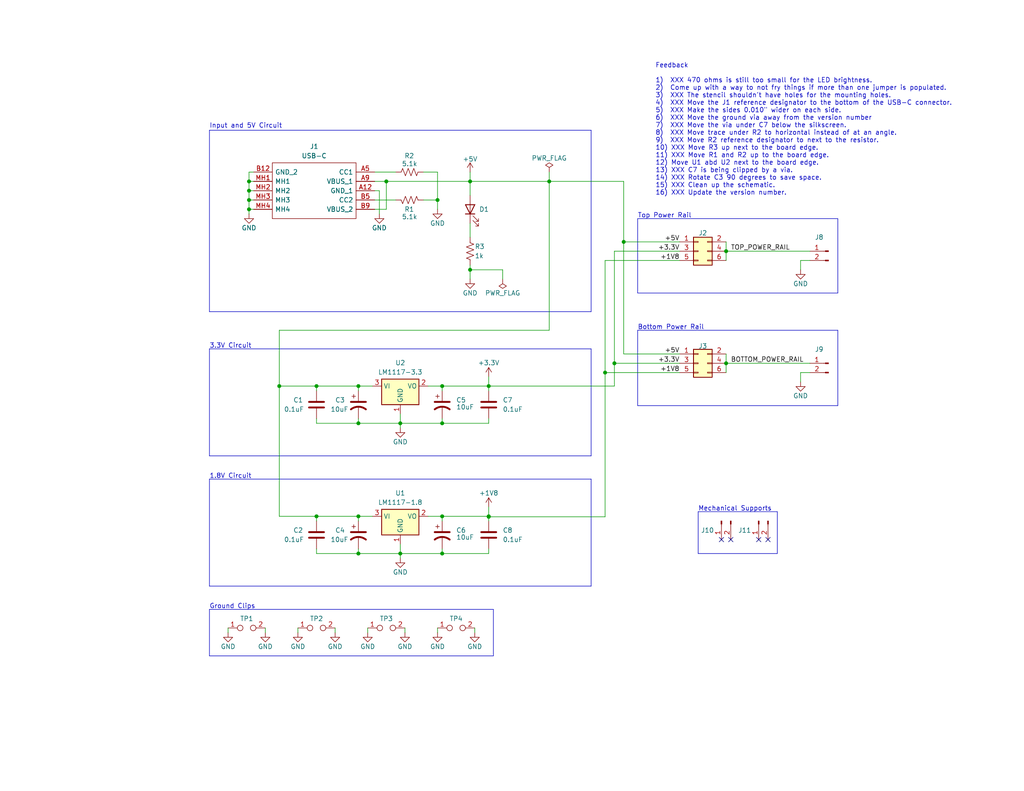
<source format=kicad_sch>
(kicad_sch (version 20230121) (generator eeschema)
  (paper "A")
  (title_block (title "Breadboard Power Supply") (date "2023-04-13") (rev "v5"))
  (lib_symbols
    (symbol "Connector:Conn_01x02_Pin" (pin_names (offset 1.016) hide)
      (property "Reference" "J" (at 0 2.54 0))
      (property "Value" "Conn_01x02_Pin" (at 0 -5.08 0))
      (symbol "Conn_01x02_Pin_1_1"
        (polyline (pts (xy 1.27 -2.54) (xy 0.8636 -2.54)) (stroke (width 0.1524)))
        (polyline (pts (xy 1.27 0) (xy 0.8636 0)) (stroke (width 0.1524)))
        (rectangle (start 0.8636 -2.413) (end 0 -2.667) (stroke (width 0.1524)) (fill (type outline)))
        (rectangle (start 0.8636 0.127) (end 0 -0.127) (stroke (width 0.1524)) (fill (type outline)))
        (pin passive line (at 5.08 0 180) (length 3.81) (name "Pin_1") (number "1"))
        (pin passive line (at 5.08 -2.54 180) (length 3.81) (name "Pin_2") (number "2"))
      )
    )
    (symbol "Connector:TestPoint_2Pole" (pin_names (offset 0.762) hide)
      (property "Reference" "TP" (at 0 1.524 0))
      (property "Value" "TestPoint_2Pole" (at 0 -1.778 0))
      (symbol "TestPoint_2Pole_0_1"
        (circle (center -1.778 0) (radius 0.762))
        (circle (center 1.778 0) (radius 0.762))
        (pin passive line (at -5.08 0 0) (length 2.54) (name "1") (number "1"))
        (pin passive line (at 5.08 0 180) (length 2.54) (name "2") (number "2"))
      )
    )
    (symbol "Connector_Generic:Conn_02x03_Odd_Even" (pin_names (offset 1.016) hide)
      (property "Reference" "J" (at 1.27 5.08 0))
      (property "Value" "Conn_02x03_Odd_Even" (at 1.27 -5.08 0))
      (symbol "Conn_02x03_Odd_Even_1_1"
        (rectangle (start -1.27 -2.413) (end 0 -2.667) (stroke (width 0.1524)))
        (rectangle (start -1.27 0.127) (end 0 -0.127) (stroke (width 0.1524)))
        (rectangle (start -1.27 2.667) (end 0 2.413) (stroke (width 0.1524)))
        (rectangle (start -1.27 3.81) (end 3.81 -3.81) (stroke (width 0.254)) (fill (type background)))
        (rectangle (start 3.81 -2.413) (end 2.54 -2.667) (stroke (width 0.1524)))
        (rectangle (start 3.81 0.127) (end 2.54 -0.127) (stroke (width 0.1524)))
        (rectangle (start 3.81 2.667) (end 2.54 2.413) (stroke (width 0.1524)))
        (pin passive line (at -5.08 2.54 0) (length 3.81) (name "Pin_1") (number "1"))
        (pin passive line (at 7.62 2.54 180) (length 3.81) (name "Pin_2") (number "2"))
        (pin passive line (at -5.08 0 0) (length 3.81) (name "Pin_3") (number "3"))
        (pin passive line (at 7.62 0 180) (length 3.81) (name "Pin_4") (number "4"))
        (pin passive line (at -5.08 -2.54 0) (length 3.81) (name "Pin_5") (number "5"))
        (pin passive line (at 7.62 -2.54 180) (length 3.81) (name "Pin_6") (number "6"))
      )
    )
    (symbol "Device:C" (pin_numbers hide) (pin_names (offset 0.254))
      (property "Reference" "C" (at 0.635 2.54 0))
      (property "Value" "C" (at 0.635 -2.54 0))
      (symbol "C_0_1"
        (polyline (pts (xy -2.032 -0.762) (xy 2.032 -0.762)) (stroke (width 0.508)))
        (polyline (pts (xy -2.032 0.762) (xy 2.032 0.762)) (stroke (width 0.508)))
      )
      (symbol "C_1_1"
        (pin passive line (at 0 3.81 270) (length 2.794) (name "~") (number "1"))
        (pin passive line (at 0 -3.81 90) (length 2.794) (name "~") (number "2"))
      )
    )
    (symbol "Device:C_Polarized_US" (pin_numbers hide) (pin_names (offset 0.254) hide)
      (property "Reference" "C" (at 0.635 2.54 0))
      (property "Value" "C_Polarized_US" (at 0.635 -2.54 0))
      (symbol "C_Polarized_US_0_1"
        (polyline (pts (xy -2.032 0.762) (xy 2.032 0.762)) (stroke (width 0.508)))
        (polyline (pts (xy -1.778 2.286) (xy -0.762 2.286)))
        (polyline (pts (xy -1.27 1.778) (xy -1.27 2.794)))
        (arc (start 2.032 -1.27) (mid 0 -0.5572) (end -2.032 -1.27) (stroke (width 0.508)))
      )
      (symbol "C_Polarized_US_1_1"
        (pin passive line (at 0 3.81 270) (length 2.794) (name "~") (number "1"))
        (pin passive line (at 0 -3.81 90) (length 3.302) (name "~") (number "2"))
      )
    )
    (symbol "Device:LED" (pin_numbers hide) (pin_names (offset 1.016) hide)
      (property "Reference" "D" (at 0 2.54 0))
      (property "Value" "LED" (at 0 -2.54 0))
      (symbol "LED_0_1"
        (polyline (pts (xy -1.27 -1.27) (xy -1.27 1.27)) (stroke (width 0.254)))
        (polyline (pts (xy -1.27 0) (xy 1.27 0)))
        (polyline (pts (xy 1.27 -1.27) (xy 1.27 1.27) (xy -1.27 0) (xy 1.27 -1.27)) (stroke (width 0.254)))
        (polyline (pts (xy -3.048 -0.762) (xy -4.572 -2.286) (xy -3.81 -2.286) (xy -4.572 -2.286) (xy -4.572 -1.524)))
        (polyline (pts (xy -1.778 -0.762) (xy -3.302 -2.286) (xy -2.54 -2.286) (xy -3.302 -2.286) (xy -3.302 -1.524)))
      )
      (symbol "LED_1_1"
        (pin passive line (at -3.81 0 0) (length 2.54) (name "K") (number "1"))
        (pin passive line (at 3.81 0 180) (length 2.54) (name "A") (number "2"))
      )
    )
    (symbol "Device:R_US" (pin_numbers hide) (pin_names (offset 0))
      (property "Reference" "R" (at 2.54 0 90))
      (property "Value" "R_US" (at -2.54 0 90))
      (symbol "R_US_0_1"
        (polyline (pts (xy 0 -2.286) (xy 0 -2.54)))
        (polyline (pts (xy 0 2.286) (xy 0 2.54)))
        (polyline (pts (xy 0 -0.762) (xy 1.016 -1.143) (xy 0 -1.524) (xy -1.016 -1.905) (xy 0 -2.286)))
        (polyline (pts (xy 0 0.762) (xy 1.016 0.381) (xy 0 0) (xy -1.016 -0.381) (xy 0 -0.762)))
        (polyline (pts (xy 0 2.286) (xy 1.016 1.905) (xy 0 1.524) (xy -1.016 1.143) (xy 0 0.762)))
      )
      (symbol "R_US_1_1"
        (pin passive line (at 0 3.81 270) (length 1.27) (name "~") (number "1"))
        (pin passive line (at 0 -3.81 90) (length 1.27) (name "~") (number "2"))
      )
    )
    (symbol "Regulator_Linear:LM1117MP-1.8"
      (property "Reference" "U" (at -3.81 3.175 0))
      (property "Value" "LM1117MP-1.8" (at 0 3.175 0))
      (symbol "LM1117MP-1.8_0_1"
        (rectangle (start -5.08 -5.08) (end 5.08 1.905) (stroke (width 0.254)) (fill (type background)))
      )
      (symbol "LM1117MP-1.8_1_1"
        (pin power_in line (at 0 -7.62 90) (length 2.54) (name "GND") (number "1"))
        (pin power_out line (at 7.62 0 180) (length 2.54) (name "VO") (number "2"))
        (pin power_in line (at -7.62 0 0) (length 2.54) (name "VI") (number "3"))
      )
    )
    (symbol "Regulator_Linear:LM1117MP-3.3"
      (property "Reference" "U" (at -3.81 3.175 0))
      (property "Value" "LM1117MP-3.3" (at 0 3.175 0))
      (symbol "LM1117MP-3.3_0_1"
        (rectangle (start -5.08 -5.08) (end 5.08 1.905) (stroke (width 0.254)) (fill (type background)))
      )
      (symbol "LM1117MP-3.3_1_1"
        (pin power_in line (at 0 -7.62 90) (length 2.54) (name "GND") (number "1"))
        (pin power_out line (at 7.62 0 180) (length 2.54) (name "VO") (number "2"))
        (pin power_in line (at -7.62 0 0) (length 2.54) (name "VI") (number "3"))
      )
    )
    (symbol "USB-C Surface Mount:217175-0001" (pin_names (offset 0.762))
      (property "Reference" "J" (at 29.21 7.62 0))
      (property "Value" "217175-0001" (at 29.21 5.08 0))
      (symbol "217175-0001_0_0"
        (pin passive line (at 0 -5.08 0) (length 5.08) (name "GND_1") (number "A12"))
        (pin passive line (at 0 0 0) (length 5.08) (name "CC1") (number "A5"))
        (pin passive line (at 0 -2.54 0) (length 5.08) (name "VBUS_1") (number "A9"))
        (pin passive line (at 33.02 0 180) (length 5.08) (name "GND_2") (number "B12"))
        (pin passive line (at 0 -7.62 0) (length 5.08) (name "CC2") (number "B5"))
        (pin passive line (at 0 -10.16 0) (length 5.08) (name "VBUS_2") (number "B9"))
        (pin passive line (at 33.02 -2.54 180) (length 5.08) (name "MH1") (number "MH1"))
        (pin passive line (at 33.02 -5.08 180) (length 5.08) (name "MH2") (number "MH2"))
        (pin passive line (at 33.02 -7.62 180) (length 5.08) (name "MH3") (number "MH3"))
        (pin passive line (at 33.02 -10.16 180) (length 5.08) (name "MH4") (number "MH4"))
      )
      (symbol "217175-0001_0_1"
        (polyline (pts (xy 5.08 2.54) (xy 27.94 2.54) (xy 27.94 -12.7) (xy 5.08 -12.7) (xy 5.08 2.54)) (stroke (width 0.1524)))
      )
    )
    (symbol "power:+1V8" (power) (pin_names (offset 0))
      (property "Value" "+1V8" (at 0 3.556 0))
      (symbol "+1V8_0_1"
        (polyline (pts (xy -0.762 1.27) (xy 0 2.54)))
        (polyline (pts (xy 0 0) (xy 0 2.54)))
        (polyline (pts (xy 0 2.54) (xy 0.762 1.27)))
      )
      (symbol "+1V8_1_1"
        (pin power_in line (at 0 0 90) (length 0) hide (name "+1V8") (number "1"))
      )
    )
    (symbol "power:+3.3V" (power) (pin_names (offset 0))
      (property "Value" "+3.3V" (at 0 3.556 0))
      (symbol "+3.3V_0_1"
        (polyline (pts (xy -0.762 1.27) (xy 0 2.54)))
        (polyline (pts (xy 0 0) (xy 0 2.54)))
        (polyline (pts (xy 0 2.54) (xy 0.762 1.27)))
      )
      (symbol "+3.3V_1_1"
        (pin power_in line (at 0 0 90) (length 0) hide (name "+3.3V") (number "1"))
      )
    )
    (symbol "power:+5V" (power) (pin_names (offset 0))
      (property "Value" "+5V" (at 0 3.556 0))
      (symbol "+5V_0_1"
        (polyline (pts (xy -0.762 1.27) (xy 0 2.54)))
        (polyline (pts (xy 0 0) (xy 0 2.54)))
        (polyline (pts (xy 0 2.54) (xy 0.762 1.27)))
      )
      (symbol "+5V_1_1"
        (pin power_in line (at 0 0 90) (length 0) hide (name "+5V") (number "1"))
      )
    )
    (symbol "power:GND" (power) (pin_names (offset 0))
      (property "Value" "GND" (at 0 -3.81 0))
      (symbol "GND_0_1"
        (polyline (pts (xy 0 0) (xy 0 -1.27) (xy 1.27 -1.27) (xy 0 -2.54) (xy -1.27 -1.27) (xy 0 -1.27)))
      )
      (symbol "GND_1_1"
        (pin power_in line (at 0 0 270) (length 0) hide (name "GND") (number "1"))
      )
    )
    (symbol "power:PWR_FLAG" (power) (pin_numbers hide) (pin_names (offset 0) hide)
      (property "Value" "PWR_FLAG" (at 0 3.81 0))
      (symbol "PWR_FLAG_0_0"
        (pin power_out line (at 0 0 90) (length 0) (name "pwr") (number "1"))
      )
      (symbol "PWR_FLAG_0_1"
        (polyline (pts (xy 0 0) (xy 0 1.27) (xy -1.016 1.905) (xy 0 2.54) (xy 1.016 1.905) (xy 0 1.27)))
      )
    )
  )
  (junction (at 167.64 99.187))
  (junction (at 149.86 49.53))
  (junction (at 67.945 49.53))
  (junction (at 109.22 151.13))
  (junction (at 76.2 105.41))
  (junction (at 97.79 151.13))
  (junction (at 198.12 99.187))
  (junction (at 133.35 140.97))
  (junction (at 105.41 49.53))
  (junction (at 128.27 49.53))
  (junction (at 170.18 66.04))
  (junction (at 120.65 151.13))
  (junction (at 67.945 57.15))
  (junction (at 97.79 105.41))
  (junction (at 165.1 101.727))
  (junction (at 128.27 73.66))
  (junction (at 67.945 52.07))
  (junction (at 67.945 54.61))
  (junction (at 133.35 141.097))
  (junction (at 86.36 105.41))
  (junction (at 119.38 54.61))
  (junction (at 133.35 105.41))
  (junction (at 120.65 115.57))
  (junction (at 97.79 140.97))
  (junction (at 198.12 68.58))
  (junction (at 97.79 115.57))
  (junction (at 120.65 140.97))
  (junction (at 86.36 140.97))
  (junction (at 120.65 105.41))
  (junction (at 109.22 115.57))
  (no_connect (at 209.55 147.32))
  (no_connect (at 196.85 147.32))
  (no_connect (at 207.01 147.32))
  (no_connect (at 199.39 147.32))
  (wire (pts (xy 149.86 90.17) (xy 76.2 90.17)))
  (polyline (pts (xy 212.09 151.13) (xy 190.5 151.13)))
  (wire (pts (xy 185.42 96.647) (xy 170.18 96.647)))
  (polyline (pts (xy 134.62 179.07) (xy 57.15 179.07)))
  (wire (pts (xy 109.22 115.57) (xy 109.22 116.84)))
  (wire (pts (xy 67.945 54.61) (xy 67.945 52.07)))
  (wire (pts (xy 105.41 49.53) (xy 105.41 57.15)))
  (polyline (pts (xy 212.09 139.7) (xy 190.5 139.7)))
  (polyline (pts (xy 228.6 80.01) (xy 173.99 80.01)))
  (wire (pts (xy 218.44 101.727) (xy 220.98 101.727)))
  (wire (pts (xy 67.945 46.99) (xy 69.215 46.99)))
  (polyline (pts (xy 57.15 166.37) (xy 134.62 166.37)))
  (wire (pts (xy 97.79 115.57) (xy 109.22 115.57)))
  (wire (pts (xy 97.79 106.68) (xy 97.79 105.41)))
  (wire (pts (xy 120.65 149.86) (xy 120.65 151.13)))
  (wire (pts (xy 102.235 46.99) (xy 107.95 46.99)))
  (wire (pts (xy 170.18 66.04) (xy 185.42 66.04)))
  (wire (pts (xy 67.945 49.53) (xy 69.215 49.53)))
  (wire (pts (xy 86.36 140.97) (xy 76.2 140.97)))
  (wire (pts (xy 76.2 105.41) (xy 86.36 105.41)))
  (wire (pts (xy 165.1 101.727) (xy 165.1 141.097)))
  (wire (pts (xy 133.35 102.87) (xy 133.35 105.41)))
  (wire (pts (xy 91.44 171.45) (xy 91.44 172.72)))
  (wire (pts (xy 128.27 49.53) (xy 149.86 49.53)))
  (wire (pts (xy 165.1 71.12) (xy 165.1 101.727)))
  (wire (pts (xy 167.64 68.58) (xy 167.64 99.187)))
  (wire (pts (xy 167.64 105.41) (xy 167.64 99.187)))
  (wire (pts (xy 120.65 151.13) (xy 133.35 151.13)))
  (wire (pts (xy 86.36 114.3) (xy 86.36 115.57)))
  (wire (pts (xy 102.235 54.61) (xy 107.95 54.61)))
  (wire (pts (xy 109.22 151.13) (xy 109.22 152.4)))
  (wire (pts (xy 128.27 73.66) (xy 128.27 76.2)))
  (wire (pts (xy 128.27 49.53) (xy 128.27 53.34)))
  (wire (pts (xy 97.79 105.41) (xy 101.6 105.41)))
  (wire (pts (xy 198.12 66.04) (xy 198.12 68.58)))
  (wire (pts (xy 198.12 99.187) (xy 198.12 101.727)))
  (wire (pts (xy 128.27 60.96) (xy 128.27 64.77)))
  (polyline (pts (xy 161.29 130.81) (xy 161.29 160.02)))
  (wire (pts (xy 115.57 54.61) (xy 119.38 54.61)))
  (wire (pts (xy 109.22 151.13) (xy 120.65 151.13)))
  (wire (pts (xy 218.44 104.267) (xy 218.44 101.727)))
  (wire (pts (xy 165.1 101.727) (xy 185.42 101.727)))
  (wire (pts (xy 67.945 57.15) (xy 67.945 54.61)))
  (polyline (pts (xy 57.15 95.25) (xy 57.15 124.46)))
  (wire (pts (xy 133.35 105.41) (xy 167.64 105.41)))
  (wire (pts (xy 105.41 49.53) (xy 128.27 49.53)))
  (polyline (pts (xy 173.99 90.17) (xy 228.6 90.17)))
  (wire (pts (xy 115.57 46.99) (xy 119.38 46.99)))
  (wire (pts (xy 133.35 141.097) (xy 133.35 140.97)))
  (polyline (pts (xy 134.62 166.37) (xy 134.62 179.07)))
  (wire (pts (xy 97.79 140.97) (xy 101.6 140.97)))
  (wire (pts (xy 86.36 105.41) (xy 97.79 105.41)))
  (wire (pts (xy 67.945 52.07) (xy 69.215 52.07)))
  (wire (pts (xy 218.44 71.12) (xy 220.98 71.12)))
  (polyline (pts (xy 161.29 124.46) (xy 57.15 124.46)))
  (wire (pts (xy 120.65 140.97) (xy 116.84 140.97)))
  (wire (pts (xy 120.65 105.41) (xy 120.65 106.68)))
  (wire (pts (xy 110.49 171.45) (xy 110.49 172.72)))
  (wire (pts (xy 97.79 149.86) (xy 97.79 151.13)))
  (wire (pts (xy 218.44 73.66) (xy 218.44 71.12)))
  (wire (pts (xy 120.65 105.41) (xy 133.35 105.41)))
  (wire (pts (xy 120.65 140.97) (xy 133.35 140.97)))
  (wire (pts (xy 67.945 52.07) (xy 67.945 49.53)))
  (polyline (pts (xy 57.15 35.56) (xy 161.29 35.56)))
  (wire (pts (xy 120.65 114.3) (xy 120.65 115.57)))
  (wire (pts (xy 170.18 66.04) (xy 170.18 96.647)))
  (polyline (pts (xy 212.09 139.7) (xy 212.09 151.13)))
  (wire (pts (xy 109.22 113.03) (xy 109.22 115.57)))
  (wire (pts (xy 116.84 105.41) (xy 120.65 105.41)))
  (polyline (pts (xy 228.6 59.69) (xy 228.6 80.01)))
  (polyline (pts (xy 57.15 130.81) (xy 161.29 130.81)))
  (polyline (pts (xy 173.99 59.69) (xy 228.6 59.69)))
  (wire (pts (xy 67.945 57.15) (xy 69.215 57.15)))
  (polyline (pts (xy 190.5 139.7) (xy 190.5 151.13)))
  (wire (pts (xy 102.235 57.15) (xy 105.41 57.15)))
  (wire (pts (xy 128.27 73.66) (xy 137.16 73.66)))
  (wire (pts (xy 133.35 105.41) (xy 133.35 106.68)))
  (wire (pts (xy 67.945 49.53) (xy 67.945 46.99)))
  (wire (pts (xy 97.79 140.97) (xy 86.36 140.97)))
  (wire (pts (xy 170.18 49.53) (xy 170.18 66.04)))
  (wire (pts (xy 137.16 73.66) (xy 137.16 76.2)))
  (wire (pts (xy 149.86 46.99) (xy 149.86 49.53)))
  (wire (pts (xy 133.35 141.097) (xy 133.35 142.24)))
  (wire (pts (xy 120.65 142.24) (xy 120.65 140.97)))
  (wire (pts (xy 76.2 140.97) (xy 76.2 105.41)))
  (polyline (pts (xy 57.15 95.25) (xy 161.29 95.25)))
  (polyline (pts (xy 57.15 166.37) (xy 57.15 179.07)))
  (wire (pts (xy 86.36 140.97) (xy 86.36 142.24)))
  (wire (pts (xy 198.12 99.187) (xy 220.98 99.187)))
  (polyline (pts (xy 161.29 95.25) (xy 161.29 124.46)))
  (wire (pts (xy 198.12 68.58) (xy 220.98 68.58)))
  (wire (pts (xy 109.22 148.59) (xy 109.22 151.13)))
  (wire (pts (xy 62.23 171.45) (xy 62.23 172.72)))
  (wire (pts (xy 120.65 115.57) (xy 133.35 115.57)))
  (wire (pts (xy 100.33 171.45) (xy 100.33 172.72)))
  (wire (pts (xy 198.12 96.647) (xy 198.12 99.187)))
  (wire (pts (xy 76.2 90.17) (xy 76.2 105.41)))
  (polyline (pts (xy 173.99 90.17) (xy 173.99 110.744)))
  (wire (pts (xy 128.27 49.53) (xy 128.27 46.99)))
  (wire (pts (xy 149.86 49.53) (xy 149.86 90.17)))
  (wire (pts (xy 167.64 99.187) (xy 185.42 99.187)))
  (wire (pts (xy 198.12 68.58) (xy 198.12 71.12)))
  (wire (pts (xy 67.945 54.61) (xy 69.215 54.61)))
  (wire (pts (xy 86.36 151.13) (xy 97.79 151.13)))
  (polyline (pts (xy 228.6 90.17) (xy 228.6 110.744)))
  (polyline (pts (xy 57.15 35.56) (xy 57.15 85.09)))
  (wire (pts (xy 149.86 49.53) (xy 170.18 49.53)))
  (wire (pts (xy 97.79 114.3) (xy 97.79 115.57)))
  (polyline (pts (xy 161.29 85.09) (xy 57.15 85.09)))
  (wire (pts (xy 86.36 106.68) (xy 86.36 105.41)))
  (wire (pts (xy 81.28 171.45) (xy 81.28 172.72)))
  (wire (pts (xy 128.27 72.39) (xy 128.27 73.66)))
  (polyline (pts (xy 161.29 160.02) (xy 57.15 160.02)))
  (wire (pts (xy 97.79 151.13) (xy 109.22 151.13)))
  (wire (pts (xy 129.54 171.45) (xy 129.54 172.72)))
  (wire (pts (xy 133.35 115.57) (xy 133.35 114.3)))
  (polyline (pts (xy 57.15 130.81) (xy 57.15 160.02)))
  (wire (pts (xy 119.38 54.61) (xy 119.38 57.15)))
  (wire (pts (xy 109.22 115.57) (xy 120.65 115.57)))
  (wire (pts (xy 165.1 71.12) (xy 185.42 71.12)))
  (wire (pts (xy 86.36 115.57) (xy 97.79 115.57)))
  (wire (pts (xy 102.235 49.53) (xy 105.41 49.53)))
  (wire (pts (xy 103.505 58.42) (xy 103.505 52.07)))
  (wire (pts (xy 133.35 151.13) (xy 133.35 149.86)))
  (wire (pts (xy 86.36 149.86) (xy 86.36 151.13)))
  (wire (pts (xy 119.38 171.45) (xy 119.38 172.72)))
  (polyline (pts (xy 228.6 110.744) (xy 173.99 110.744)))
  (wire (pts (xy 133.35 138.43) (xy 133.35 140.97)))
  (wire (pts (xy 97.79 142.24) (xy 97.79 140.97)))
  (wire (pts (xy 167.64 68.58) (xy 185.42 68.58)))
  (wire (pts (xy 67.945 58.42) (xy 67.945 57.15)))
  (wire (pts (xy 119.38 46.99) (xy 119.38 54.61)))
  (wire (pts (xy 72.39 171.45) (xy 72.39 172.72)))
  (wire (pts (xy 103.505 52.07) (xy 102.235 52.07)))
  (polyline (pts (xy 173.99 59.69) (xy 173.99 80.01)))
  (wire (pts (xy 133.35 141.097) (xy 165.1 141.097)))
  (polyline (pts (xy 161.29 35.56) (xy 161.29 85.09)))
  (text "3.3V Circuit" (at 57.15 95.25 0) (effects (font (size 1.27 1.27)) (justify left bottom)))
  (text "Mechanical Supports" (at 190.5 139.7 0) (effects (font (size 1.27 1.27)) (justify left bottom)))
  (text "Input and 5V Circuit" (at 57.15 35.179 0) (effects (font (size 1.27 1.27)) (justify left bottom)))
  (text "Feedback\n\n1)  XXX 470 ohms is still too small for the LED brightness.\n2)  Come up with a way to not fry things if more than one jumper is populated.\n3)  XXX The stencil shouldn't have holes for the mounting holes.\n4)  XXX Move the J1 reference designator to the bottom of the USB-C connector.\n5)  XXX Make the sides 0.010\" wider on each side.\n6)  XXX Move the ground via away from the version number\n7)  XXX Move the via under C7 below the silkscreen.\n8)  XXX Move trace under R2 to horizontal instead of at an angle.\n9)  XXX Move R2 reference designator to next to the resistor.\n10) XXX Move R3 up next to the board edge.\n11) XXX Move R1 and R2 up to the board edge.\n12) Move U1 abd U2 next to the board edge.\n13) XXX C7 is being clipped by a via.\n14) XXX Rotate C3 90 degrees to save space.\n15) XXX Clean up the schematic.\n16) XXX Update the version number." (at 178.816 53.467 0) (effects (font (size 1.27 1.27)) (justify left bottom)))
  (text "Top Power Rail" (at 173.99 59.69 0) (effects (font (size 1.27 1.27)) (justify left bottom)))
  (text "1.8V Circuit" (at 57.15 130.81 0) (effects (font (size 1.27 1.27)) (justify left bottom)))
  (text "Ground Clips" (at 57.15 166.37 0) (effects (font (size 1.27 1.27)) (justify left bottom)))
  (text "Bottom Power Rail" (at 173.99 90.17 0) (effects (font (size 1.27 1.27)) (justify left bottom)))
  (label "+1V8" (at 185.42 71.12 180))
  (label "+3.3V" (at 185.42 99.187 180))
  (label "+1V8" (at 185.42 101.727 180))
  (label "+3.3V" (at 185.42 68.58 180))
  (label "TOP_POWER_RAIL" (at 199.39 68.58 0))
  (label "+5V" (at 185.42 66.04 180))
  (label "BOTTOM_POWER_RAIL" (at 199.39 99.187 0))
  (label "+5V" (at 185.42 96.647 180))
  (symbol (lib_id "power:GND") (at 129.54 172.72 0) (unit 1)
    (property "Reference" "#PWR012" (effects hide))
    (property "Value" "GND" (at 129.54 176.53 0))
  )
  (symbol (lib_id "power:+3.3V") (at 133.35 102.87 0) (unit 1)
    (property "Reference" "#PWR07" (effects hide))
    (property "Value" "+3.3V" (at 133.35 99.06 0))
  )
  (symbol (lib_id "Regulator_Linear:LM1117MP-1.8") (at 109.22 140.97 0) (unit 1)
    (property "Reference" "U1" (at 109.22 134.62 0))
    (property "Value" "LM1117-1.8" (at 109.22 137.16 0))
    (property "Footprint" "Package_TO_SOT_SMD:SOT-223-3_TabPin2" (effects hide))
    (property "Datasheet" "http://www.ti.com/lit/ds/symlink/lm1117.pdf" (effects hide))
    (property "Digi-Key Part Num" "LM1117MPX-1.8/NOPBCT-ND" (effects hide))
  )
  (symbol (lib_id "power:GND") (at 218.44 73.66 0) (unit 1)
    (property "Reference" "#PWR0114" (effects hide))
    (property "Value" "GND" (at 218.44 77.47 0))
  )
  (symbol (lib_id "Device:C") (at 133.35 110.49 0) (unit 1)
    (property "Reference" "C7" (at 137.16 109.2199 0) (effects (justify left)))
    (property "Value" "0.1uF" (at 137.16 111.7599 0) (effects (justify left)))
    (property "Footprint" "Capacitor_SMD:C_0603_1608Metric" (effects hide))
    (property "Digi-Key Part Num" "399-6854-1-ND" (effects hide))
  )
  (symbol (lib_id "Device:C") (at 86.36 146.05 0) (unit 1)
    (property "Reference" "C2" (at 80.01 144.78 0) (effects (justify left)))
    (property "Value" "0.1uF" (at 77.47 147.32 0) (effects (justify left)))
    (property "Footprint" "Capacitor_SMD:C_0603_1608Metric" (effects hide))
    (property "Digi-Key Part Num" "399-6854-1-ND" (effects hide))
  )
  (symbol (lib_id "power:GND") (at 103.505 58.42 0) (unit 1)
    (property "Reference" "#PWR01" (effects hide))
    (property "Value" "GND" (at 103.505 62.23 0))
  )
  (symbol (lib_id "power:GND") (at 128.27 76.2 0) (unit 1)
    (property "Reference" "#PWR0103" (effects hide))
    (property "Value" "GND" (at 128.27 80.01 0))
  )
  (symbol (lib_id "power:GND") (at 62.23 172.72 0) (unit 1)
    (property "Reference" "#PWR0117" (effects hide))
    (property "Value" "GND" (at 62.23 176.53 0))
  )
  (symbol (lib_id "Connector_Generic:Conn_02x03_Odd_Even") (at 190.5 99.187 0) (unit 1)
    (property "Reference" "J3" (at 191.77 94.488 0))
    (property "Value" "Conn_02x03_Odd_Even" (effects hide))
    (property "Footprint" "Connector_PinHeader_2.54mm:PinHeader_2x03_P2.54mm_Vertical" (effects hide))
  )
  (symbol (lib_id "Device:C_Polarized_US") (at 120.65 110.49 0) (unit 1)
    (property "Reference" "C5" (at 124.46 109.22 0) (effects (justify left)))
    (property "Value" "10uF" (at 124.46 111.1249 0) (effects (justify left)))
    (property "Footprint" "Capacitor_SMD:C_1206_3216Metric" (effects hide))
    (property "Digi-Key Part Num" "399-3684-1-ND" (effects hide))
  )
  (symbol (lib_id "Device:C_Polarized_US") (at 97.79 146.05 0) (unit 1)
    (property "Reference" "C4" (at 91.44 144.78 0) (effects (justify left)))
    (property "Value" "10uF" (at 90.17 147.32 0) (effects (justify left)))
    (property "Footprint" "Capacitor_SMD:C_1206_3216Metric" (effects hide))
    (property "Digi-Key Part Num" "399-3684-1-ND" (effects hide))
  )
  (symbol (lib_id "Connector:TestPoint_2Pole") (at 67.31 171.45 0) (unit 1)
    (property "Reference" "TP1" (at 67.31 168.91 0))
    (property "Value" "TestPoint_2Pole" (effects hide))
    (property "Footprint" "My-Global-Footprints:Keystone 1430-1" (effects hide))
    (property "Datasheet" "https://www.keyelco.com/userAssets/file/M65p105.pdf" (effects hide))
    (property "Silkscreen" "Ground" (effects hide))
    (property "Digi-Key Part Num" "36-1430-1-ND" (effects hide))
  )
  (symbol (lib_id "power:GND") (at 91.44 172.72 0) (unit 1)
    (property "Reference" "#PWR0122" (effects hide))
    (property "Value" "GND" (at 91.44 176.53 0))
  )
  (symbol (lib_id "Regulator_Linear:LM1117MP-3.3") (at 109.22 105.41 0) (unit 1)
    (property "Reference" "U2" (at 109.22 99.06 0))
    (property "Value" "LM1117-3.3" (at 109.22 101.6 0))
    (property "Footprint" "Package_TO_SOT_SMD:SOT-223-3_TabPin2" (effects hide))
    (property "Datasheet" "http://www.ti.com/lit/ds/symlink/lm1117.pdf" (effects hide))
    (property "Digi-Key Part Num" "497-1241-1-ND" (effects hide))
  )
  (symbol (lib_id "Connector:Conn_01x02_Pin") (at 196.85 142.24 90) (mirror x) (unit 1)
    (property "Reference" "J10" (at 193.04 144.78 90))
    (property "Value" "Conn_01x02_Male" (effects hide))
    (property "Footprint" "Connector_PinHeader_2.54mm:PinHeader_1x02_P2.54mm_Vertical" (effects hide))
    (property "Digi-Key Part Num" "2057-PH1-02-UA-ND" (effects hide))
  )
  (symbol (lib_id "Device:C_Polarized_US") (at 120.65 146.05 0) (unit 1)
    (property "Reference" "C6" (at 124.46 144.78 0) (effects (justify left)))
    (property "Value" "10uF" (at 124.46 146.6849 0) (effects (justify left)))
    (property "Footprint" "Capacitor_SMD:C_1206_3216Metric" (effects hide))
    (property "Digi-Key Part Num" "399-3684-1-ND" (effects hide))
  )
  (symbol (lib_id "power:GND") (at 119.38 57.15 0) (unit 1)
    (property "Reference" "#PWR06" (effects hide))
    (property "Value" "GND" (at 119.38 60.96 0))
  )
  (symbol (lib_id "power:+1V8") (at 133.35 138.43 0) (unit 1)
    (property "Reference" "#PWR08" (effects hide))
    (property "Value" "+1V8" (at 133.35 134.62 0))
  )
  (symbol (lib_id "Device:R_US") (at 111.76 46.99 90) (unit 1)
    (property "Reference" "R2" (at 113.03 42.545 90) (effects (justify left)))
    (property "Value" "5.1k" (at 111.76 44.704 90))
    (property "Footprint" "Resistor_SMD:R_0603_1608Metric" (effects hide))
    (property "Digi-Key Part Num" "10-ERJ-UP3F5101VCT-ND" (effects hide))
  )
  (symbol (lib_id "power:GND") (at 72.39 172.72 0) (unit 1)
    (property "Reference" "#PWR0116" (effects hide))
    (property "Value" "GND" (at 72.39 176.53 0))
  )
  (symbol (lib_id "power:GND") (at 81.28 172.72 0) (unit 1)
    (property "Reference" "#PWR0118" (effects hide))
    (property "Value" "GND" (at 81.28 176.53 0))
  )
  (symbol (lib_id "Connector:Conn_01x02_Pin") (at 207.01 142.24 90) (mirror x) (unit 1)
    (property "Reference" "J11" (at 203.2 144.78 90))
    (property "Value" "Conn_01x02_Male" (effects hide))
    (property "Footprint" "Connector_PinHeader_2.54mm:PinHeader_1x02_P2.54mm_Vertical" (effects hide))
    (property "Digi-Key Part Num" "2057-PH1-02-UA-ND" (effects hide))
  )
  (symbol (lib_id "USB-C Surface Mount:217175-0001") (at 102.235 46.99 0) (mirror y) (unit 1)
    (property "Reference" "J1" (at 85.725 40.005 0))
    (property "Value" "USB-C" (at 85.725 42.545 0))
    (property "Footprint" "My-Global-Footprints:USB-C Surface Mount" (effects hide))
    (property "Datasheet" "https://www.molex.com/webdocs/datasheets/pdf/en-us/2171750001_IO_CONNECTORS.pdf" (effects hide))
    (property "Description" "Connector USB Type C Female 6Positions 0.5mm Right Angle SMT Embossed T/R - Tape and Reel" (effects hide))
    (property "Height" "3.46" (effects hide))
    (property "Manufacturer_Name" "Molex" (effects hide))
    (property "Manufacturer_Part_Number" "217175-0001" (effects hide))
    (property "Mouser Part Number" "538-217175-0001" (effects hide))
    (property "Mouser Price/Stock" "https://www.mouser.co.uk/ProductDetail/Molex/217175-0001?qs=DRkmTr78QARWJMiqNnldSg%3D%3D" (effects hide))
    (property "Digi-Key Part Num" "900-2171750001CT-ND" (effects hide))
  )
  (symbol (lib_id "Device:C") (at 133.35 146.05 0) (unit 1)
    (property "Reference" "C8" (at 137.16 144.7799 0) (effects (justify left)))
    (property "Value" "0.1uF" (at 137.16 147.3199 0) (effects (justify left)))
    (property "Footprint" "Capacitor_SMD:C_0603_1608Metric" (effects hide))
    (property "Digi-Key Part Num" "399-6854-1-ND" (effects hide))
  )
  (symbol (lib_id "power:GND") (at 67.945 58.42 0) (mirror y) (unit 1)
    (property "Reference" "#PWR02" (effects hide))
    (property "Value" "GND" (at 67.945 62.23 0))
  )
  (symbol (lib_id "Connector:TestPoint_2Pole") (at 124.46 171.45 0) (unit 1)
    (property "Reference" "TP4" (at 124.46 168.91 0))
    (property "Value" "TestPoint_2Pole" (effects hide))
    (property "Footprint" "My-Global-Footprints:Keystone 1430-1" (effects hide))
    (property "Datasheet" "https://www.keyelco.com/product.cfm/Vertical-Mount/1287/product_id/610" (effects hide))
    (property "Silkscreen" "Ground" (effects hide))
    (property "Digi-Key Part Num" "36-1287-ND" (effects hide))
  )
  (symbol (lib_id "power:PWR_FLAG") (at 137.16 76.2 0) (mirror x) (unit 1)
    (property "Reference" "#FLG0103" (effects hide))
    (property "Value" "PWR_FLAG" (at 137.16 80.01 0))
  )
  (symbol (lib_id "power:GND") (at 109.22 116.84 0) (unit 1)
    (property "Reference" "#PWR04" (effects hide))
    (property "Value" "GND" (at 109.22 120.65 0))
  )
  (symbol (lib_id "power:GND") (at 100.33 172.72 0) (unit 1)
    (property "Reference" "#PWR09" (effects hide))
    (property "Value" "GND" (at 100.33 176.53 0))
  )
  (symbol (lib_id "Device:LED") (at 128.27 57.15 90) (unit 1)
    (property "Reference" "D1" (at 132.08 57.15 90))
    (property "Value" "LED" (effects hide))
    (property "Footprint" "LED_SMD:LED_0603_1608Metric" (effects hide))
    (property "Digi-Key Part Num" "511-1580-1-ND" (effects hide))
  )
  (symbol (lib_id "power:GND") (at 218.44 104.267 0) (unit 1)
    (property "Reference" "#PWR0115" (effects hide))
    (property "Value" "GND" (at 218.44 108.077 0))
  )
  (symbol (lib_id "Connector:TestPoint_2Pole") (at 86.36 171.45 0) (unit 1)
    (property "Reference" "TP2" (at 86.36 168.91 0))
    (property "Value" "TestPoint_2Pole" (effects hide))
    (property "Footprint" "My-Global-Footprints:Keystone 1430-1" (effects hide))
    (property "Datasheet" "https://www.keyelco.com/product.cfm/Vertical-Mount/1287/product_id/610" (effects hide))
    (property "Silkscreen" "Ground" (effects hide))
    (property "Digi-Key Part Num" "36-1287-ND" (effects hide))
  )
  (symbol (lib_id "power:GND") (at 119.38 172.72 0) (unit 1)
    (property "Reference" "#PWR011" (effects hide))
    (property "Value" "GND" (at 119.38 176.53 0))
  )
  (symbol (lib_id "power:PWR_FLAG") (at 149.86 46.99 0) (unit 1)
    (property "Reference" "#FLG01" (effects hide))
    (property "Value" "PWR_FLAG" (at 149.86 43.18 0))
  )
  (symbol (lib_id "Connector:Conn_01x02_Pin") (at 226.06 99.187 0) (mirror y) (unit 1)
    (property "Reference" "J9" (at 223.52 95.377 0))
    (property "Value" "Conn_01x02_Male" (effects hide))
    (property "Footprint" "Connector_PinHeader_2.54mm:PinHeader_1x02_P2.54mm_Vertical" (effects hide))
    (property "Digi-Key Part Num" "2057-PH1-02-UA-ND" (effects hide))
  )
  (symbol (lib_id "power:GND") (at 109.22 152.4 0) (unit 1)
    (property "Reference" "#PWR05" (effects hide))
    (property "Value" "GND" (at 109.22 156.21 0))
  )
  (symbol (lib_id "Connector_Generic:Conn_02x03_Odd_Even") (at 190.5 68.58 0) (unit 1)
    (property "Reference" "J2" (at 191.77 63.627 0))
    (property "Value" "Conn_02x03_Odd_Even" (effects hide))
    (property "Footprint" "Connector_PinHeader_2.54mm:PinHeader_2x03_P2.54mm_Vertical" (effects hide))
    (property "Digi-Key Part Num" "2057-PH2-06-UA-ND" (effects hide))
  )
  (symbol (lib_id "Device:R_US") (at 111.76 54.61 90) (mirror x) (unit 1)
    (property "Reference" "R1" (at 113.03 57.15 90) (effects (justify left)))
    (property "Value" "5.1k" (at 111.76 59.182 90))
    (property "Footprint" "Resistor_SMD:R_0603_1608Metric" (effects hide))
    (property "Digi-Key Part Num" "10-ERJ-UP3F5101VCT-ND" (effects hide))
  )
  (symbol (lib_id "Device:C_Polarized_US") (at 97.79 110.49 0) (unit 1)
    (property "Reference" "C3" (at 91.44 109.22 0) (effects (justify left)))
    (property "Value" "10uF" (at 90.17 111.76 0) (effects (justify left)))
    (property "Footprint" "Capacitor_SMD:C_1206_3216Metric" (effects hide))
    (property "Digi-Key Part Num" "399-3684-1-ND" (effects hide))
  )
  (symbol (lib_id "Connector:Conn_01x02_Pin") (at 226.06 68.58 0) (mirror y) (unit 1)
    (property "Reference" "J8" (at 223.52 64.77 0))
    (property "Value" "Conn_01x02_Male" (effects hide))
    (property "Footprint" "Connector_PinHeader_2.54mm:PinHeader_1x02_P2.54mm_Vertical" (effects hide))
  )
  (symbol (lib_id "Device:R_US") (at 128.27 68.58 0) (unit 1)
    (property "Reference" "R3" (at 129.54 67.31 0) (effects (justify left)))
    (property "Value" "1k" (at 129.54 69.85 0) (effects (justify left)))
    (property "Footprint" "Resistor_SMD:R_0603_1608Metric" (effects hide))
    (property "Digi-Key Part Num" "A130412CT-ND" (effects hide))
  )
  (symbol (lib_id "Device:C") (at 86.36 110.49 0) (unit 1)
    (property "Reference" "C1" (at 80.01 109.22 0) (effects (justify left)))
    (property "Value" "0.1uF" (at 77.47 111.76 0) (effects (justify left)))
    (property "Footprint" "Capacitor_SMD:C_0603_1608Metric" (effects hide))
    (property "Digi-Key Part Num" "399-6854-1-ND" (effects hide))
  )
  (symbol (lib_id "power:+5V") (at 128.27 46.99 0) (unit 1)
    (property "Reference" "#PWR03" (effects hide))
    (property "Value" "+5V" (at 128.27 43.434 0))
  )
  (symbol (lib_id "power:GND") (at 110.49 172.72 0) (unit 1)
    (property "Reference" "#PWR010" (effects hide))
    (property "Value" "GND" (at 110.49 176.53 0))
  )
  (symbol (lib_id "Connector:TestPoint_2Pole") (at 105.41 171.45 0) (unit 1)
    (property "Reference" "TP3" (at 105.41 168.91 0))
    (property "Value" "TestPoint_2Pole" (effects hide))
    (property "Footprint" "My-Global-Footprints:Keystone 1430-1" (effects hide))
    (property "Datasheet" "https://www.keyelco.com/product.cfm/Vertical-Mount/1287/product_id/610" (effects hide))
    (property "Silkscreen" "Ground" (effects hide))
    (property "Digi-Key Part Num" " 36-1287-ND" (effects hide))
  )
)
</source>
